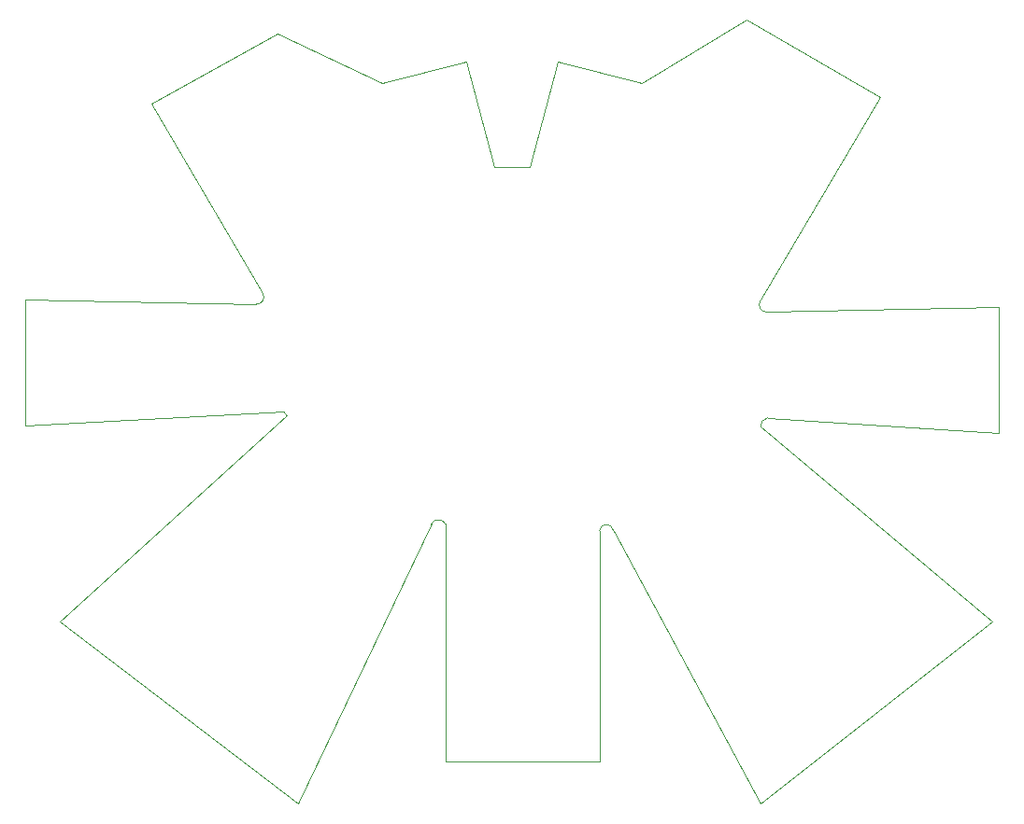
<source format=gm1>
G04 #@! TF.GenerationSoftware,KiCad,Pcbnew,(6.0.8-1)-1*
G04 #@! TF.CreationDate,2023-03-06T15:28:40-08:00*
G04 #@! TF.ProjectId,urban battery - power_distribution,75726261-6e20-4626-9174-74657279202d,rev?*
G04 #@! TF.SameCoordinates,Original*
G04 #@! TF.FileFunction,Profile,NP*
%FSLAX46Y46*%
G04 Gerber Fmt 4.6, Leading zero omitted, Abs format (unit mm)*
G04 Created by KiCad (PCBNEW (6.0.8-1)-1) date 2023-03-06 15:28:40*
%MOMM*%
%LPD*%
G01*
G04 APERTURE LIST*
G04 #@! TA.AperFunction,Profile*
%ADD10C,0.100000*%
G04 #@! TD*
G04 APERTURE END LIST*
D10*
X137160000Y-91440000D02*
X127635000Y-97155000D01*
X83185000Y-99060000D02*
X93275606Y-116205000D01*
X109855000Y-137160000D02*
X109855000Y-158750000D01*
X92709997Y-117211493D02*
G75*
G03*
X93275606Y-116205000I65803J625193D01*
G01*
X149225000Y-98425000D02*
X137160000Y-91440000D01*
X159385000Y-146050000D02*
X138430000Y-128332923D01*
X160020000Y-117475000D02*
X139065000Y-117950101D01*
X71755000Y-128270000D02*
X95250000Y-127000000D01*
X120015000Y-95250000D02*
X117475000Y-104775000D01*
X138430000Y-162560000D02*
X159385000Y-146050000D01*
X111760000Y-95250000D02*
X104140000Y-97155000D01*
X125095000Y-137795000D02*
X138430000Y-162560000D01*
X74930000Y-146050000D02*
X96520000Y-162560000D01*
X125095000Y-137795000D02*
G75*
G03*
X123825000Y-137795000I-635000J-61150D01*
G01*
X138430000Y-116840000D02*
X149225000Y-98425000D01*
X92710000Y-117211460D02*
X71755000Y-116840000D01*
X138429929Y-116839946D02*
G75*
G03*
X139065000Y-117950101I550071J-422054D01*
G01*
X160020000Y-128905000D02*
X160020000Y-117475000D01*
X71755000Y-116840000D02*
X71755000Y-128270000D01*
X123825000Y-158750000D02*
X123825000Y-137795000D01*
X104140000Y-97155000D02*
X94615000Y-92710000D01*
X117475000Y-104775000D02*
X114300000Y-104775000D01*
X139065000Y-127548376D02*
X160020000Y-128905000D01*
X95446197Y-127317500D02*
G75*
G03*
X95250000Y-127000000I-355000J-1D01*
G01*
X95446198Y-127317500D02*
X74930000Y-146050000D01*
X94615000Y-92710000D02*
X83185000Y-99060000D01*
X109855000Y-137160000D02*
G75*
G03*
X108585000Y-137160000I-635000J-357284D01*
G01*
X139065000Y-127548376D02*
G75*
G03*
X138430000Y-128332923I52802J-691990D01*
G01*
X96520000Y-162560000D02*
X108585000Y-137160000D01*
X109855000Y-158750000D02*
X123825000Y-158750000D01*
X114300000Y-104775000D02*
X111760000Y-95250000D01*
X127635000Y-97155000D02*
X120015000Y-95250000D01*
M02*

</source>
